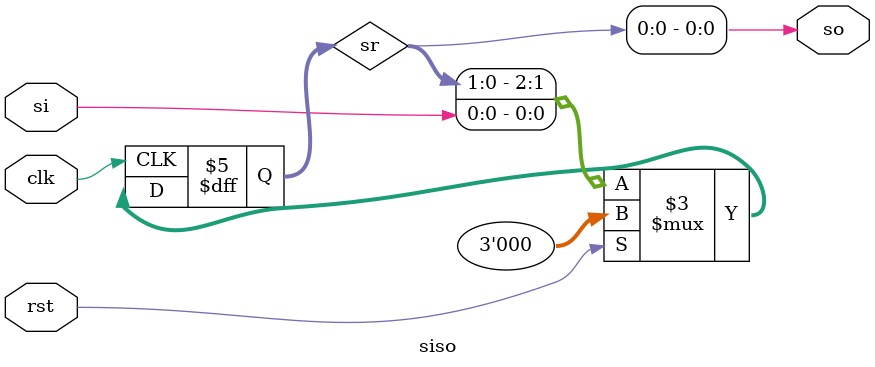
<source format=v>
module siso(input si,clk,rst, output reg so);
  reg [2:0] sr;
  assign so=sr[0];
  always@(posedge clk)begin
    if(rst)
      sr<=3'b000;
    else begin
      sr<= {sr[1:0],si};
    end
  end
endmodule

  

</source>
